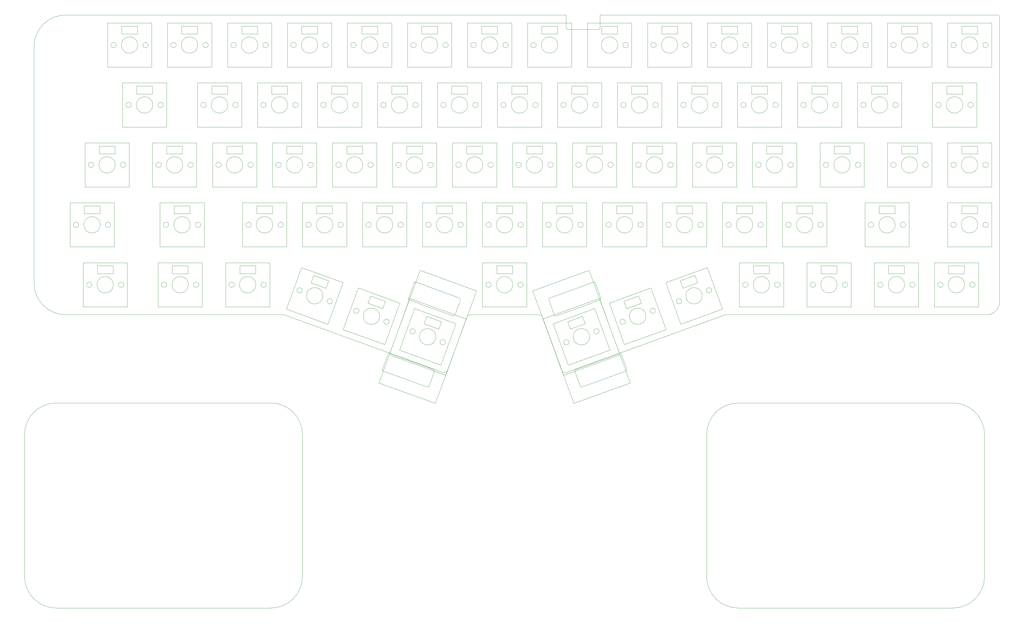
<source format=gbr>
%TF.GenerationSoftware,KiCad,Pcbnew,9.0.6*%
%TF.CreationDate,2026-01-05T21:37:08+01:00*%
%TF.ProjectId,pcb,7063622e-6b69-4636-9164-5f7063625858,rev?*%
%TF.SameCoordinates,Original*%
%TF.FileFunction,Profile,NP*%
%FSLAX46Y46*%
G04 Gerber Fmt 4.6, Leading zero omitted, Abs format (unit mm)*
G04 Created by KiCad (PCBNEW 9.0.6) date 2026-01-05 21:37:08*
%MOMM*%
%LPD*%
G01*
G04 APERTURE LIST*
%TA.AperFunction,Profile*%
%ADD10C,0.100000*%
%TD*%
%TA.AperFunction,Profile*%
%ADD11C,0.050000*%
%TD*%
%TA.AperFunction,Profile*%
%ADD12C,0.120000*%
%TD*%
%ADD13C,0.100000*%
%ADD14C,0.120000*%
G04 APERTURE END LIST*
D10*
X-11250000Y-500000D02*
X-11250000Y-75500000D01*
X-11250000Y-500000D02*
G75*
G02*
X-1250000Y9500000I9999999J1D01*
G01*
X157250000Y9500000D02*
X-1250000Y9500000D01*
X157250000Y5500000D02*
X157250000Y9500000D01*
X157750000Y5000000D02*
G75*
G02*
X157250000Y5500000I0J500000D01*
G01*
X167500000Y5000000D02*
X157750000Y5000000D01*
X168000000Y5500000D02*
G75*
G02*
X167500000Y5000000I-500000J0D01*
G01*
X168000000Y9500000D02*
X168000000Y5500000D01*
X294000000Y9500000D02*
X168000000Y9500000D01*
X294000000Y9500000D02*
G75*
G02*
X294500000Y9000000I0J-500000D01*
G01*
X294500000Y-81500000D02*
X294500000Y9000000D01*
X294500000Y-81500000D02*
G75*
G02*
X290500000Y-85500000I-4000000J0D01*
G01*
X207764373Y-85500000D02*
X290500000Y-85500000D01*
X207422347Y-85560263D02*
G75*
G02*
X207764373Y-85499993I341653J-938237D01*
G01*
X157183953Y-103845586D02*
X207422347Y-85560263D01*
X157183953Y-103845586D02*
G75*
G02*
X155902277Y-103247952I-342053J939586D01*
G01*
X149681997Y-86157979D02*
X155902256Y-103247960D01*
X148742304Y-85500000D02*
G75*
G02*
X149681993Y-86157981I-4J-1000000D01*
G01*
X137750000Y-85500000D02*
X148742304Y-85500000D01*
X-1250000Y-85500000D02*
G75*
G02*
X-11250000Y-75500000I-1J9999999D01*
G01*
X67735627Y-85500000D02*
X-1250000Y-85500000D01*
X67735627Y-85500000D02*
G75*
G02*
X68077651Y-85560269I373J-998500D01*
G01*
X118316047Y-103845586D02*
X68077653Y-85560263D01*
X119597744Y-103247960D02*
G75*
G02*
X118316039Y-103845607I-939644J341960D01*
G01*
X125818003Y-86157979D02*
X119597744Y-103247960D01*
X125818003Y-86157979D02*
G75*
G02*
X126757696Y-85499996I939697J-342021D01*
G01*
X137750000Y-85500000D02*
X126757696Y-85500000D01*
D11*
%TO.C,S69*%
X214875000Y-76000000D02*
G75*
G02*
X213175000Y-76000000I-850000J0D01*
G01*
X213175000Y-76000000D02*
G75*
G02*
X214875000Y-76000000I850000J0D01*
G01*
X221700000Y-76000000D02*
G75*
G02*
X216500000Y-76000000I-2600000J0D01*
G01*
X216500000Y-76000000D02*
G75*
G02*
X221700000Y-76000000I2600000J0D01*
G01*
X225025000Y-76000000D02*
G75*
G02*
X223325000Y-76000000I-850000J0D01*
G01*
X223325000Y-76000000D02*
G75*
G02*
X225025000Y-76000000I850000J0D01*
G01*
%TO.C,S14*%
X261775000Y0D02*
G75*
G02*
X260075000Y0I-850000J0D01*
G01*
X260075000Y0D02*
G75*
G02*
X261775000Y0I850000J0D01*
G01*
X268600000Y0D02*
G75*
G02*
X263400000Y0I-2600000J0D01*
G01*
X263400000Y0D02*
G75*
G02*
X268600000Y0I2600000J0D01*
G01*
X271925000Y0D02*
G75*
G02*
X270225000Y0I-850000J0D01*
G01*
X270225000Y0D02*
G75*
G02*
X271925000Y0I850000J0D01*
G01*
%TO.C,S23*%
X157275000Y-19000000D02*
G75*
G02*
X155575000Y-19000000I-850000J0D01*
G01*
X155575000Y-19000000D02*
G75*
G02*
X157275000Y-19000000I850000J0D01*
G01*
X164100000Y-19000000D02*
G75*
G02*
X158900000Y-19000000I-2600000J0D01*
G01*
X158900000Y-19000000D02*
G75*
G02*
X164100000Y-19000000I2600000J0D01*
G01*
X167425000Y-19000000D02*
G75*
G02*
X165725000Y-19000000I-850000J0D01*
G01*
X165725000Y-19000000D02*
G75*
G02*
X167425000Y-19000000I850000J0D01*
G01*
%TO.C,S43*%
X261775000Y-38000000D02*
G75*
G02*
X260075000Y-38000000I-850000J0D01*
G01*
X260075000Y-38000000D02*
G75*
G02*
X261775000Y-38000000I850000J0D01*
G01*
X268600000Y-38000000D02*
G75*
G02*
X263400000Y-38000000I-2600000J0D01*
G01*
X263400000Y-38000000D02*
G75*
G02*
X268600000Y-38000000I2600000J0D01*
G01*
X271925000Y-38000000D02*
G75*
G02*
X270225000Y-38000000I-850000J0D01*
G01*
X270225000Y-38000000D02*
G75*
G02*
X271925000Y-38000000I850000J0D01*
G01*
%TO.C,S10*%
X185775000Y0D02*
G75*
G02*
X184075000Y0I-850000J0D01*
G01*
X184075000Y0D02*
G75*
G02*
X185775000Y0I850000J0D01*
G01*
X192600000Y0D02*
G75*
G02*
X187400000Y0I-2600000J0D01*
G01*
X187400000Y0D02*
G75*
G02*
X192600000Y0I2600000J0D01*
G01*
X195925000Y0D02*
G75*
G02*
X194225000Y0I-850000J0D01*
G01*
X194225000Y0D02*
G75*
G02*
X195925000Y0I850000J0D01*
G01*
%TO.C,S53*%
X171525000Y-57000000D02*
G75*
G02*
X169825000Y-57000000I-850000J0D01*
G01*
X169825000Y-57000000D02*
G75*
G02*
X171525000Y-57000000I850000J0D01*
G01*
X178350000Y-57000000D02*
G75*
G02*
X173150000Y-57000000I-2600000J0D01*
G01*
X173150000Y-57000000D02*
G75*
G02*
X178350000Y-57000000I2600000J0D01*
G01*
X181675000Y-57000000D02*
G75*
G02*
X179975000Y-57000000I-850000J0D01*
G01*
X179975000Y-57000000D02*
G75*
G02*
X181675000Y-57000000I850000J0D01*
G01*
%TO.C,S71*%
X257625000Y-76000000D02*
G75*
G02*
X255925000Y-76000000I-850000J0D01*
G01*
X255925000Y-76000000D02*
G75*
G02*
X257625000Y-76000000I850000J0D01*
G01*
X264450000Y-76000000D02*
G75*
G02*
X259250000Y-76000000I-2600000J0D01*
G01*
X259250000Y-76000000D02*
G75*
G02*
X264450000Y-76000000I2600000J0D01*
G01*
X267775000Y-76000000D02*
G75*
G02*
X266075000Y-76000000I-850000J0D01*
G01*
X266075000Y-76000000D02*
G75*
G02*
X267775000Y-76000000I850000J0D01*
G01*
%TO.C,S34*%
X86025000Y-38000000D02*
G75*
G02*
X84325000Y-38000000I-850000J0D01*
G01*
X84325000Y-38000000D02*
G75*
G02*
X86025000Y-38000000I850000J0D01*
G01*
X92850000Y-38000000D02*
G75*
G02*
X87650000Y-38000000I-2600000J0D01*
G01*
X87650000Y-38000000D02*
G75*
G02*
X92850000Y-38000000I2600000J0D01*
G01*
X96175000Y-38000000D02*
G75*
G02*
X94475000Y-38000000I-850000J0D01*
G01*
X94475000Y-38000000D02*
G75*
G02*
X96175000Y-38000000I850000J0D01*
G01*
%TO.C,S38*%
X162025000Y-38000000D02*
G75*
G02*
X160325000Y-38000000I-850000J0D01*
G01*
X160325000Y-38000000D02*
G75*
G02*
X162025000Y-38000000I850000J0D01*
G01*
X168850000Y-38000000D02*
G75*
G02*
X163650000Y-38000000I-2600000J0D01*
G01*
X163650000Y-38000000D02*
G75*
G02*
X168850000Y-38000000I2600000J0D01*
G01*
X172175000Y-38000000D02*
G75*
G02*
X170475000Y-38000000I-850000J0D01*
G01*
X170475000Y-38000000D02*
G75*
G02*
X172175000Y-38000000I850000J0D01*
G01*
%TO.C,S17*%
X43275000Y-19000000D02*
G75*
G02*
X41575000Y-19000000I-850000J0D01*
G01*
X41575000Y-19000000D02*
G75*
G02*
X43275000Y-19000000I850000J0D01*
G01*
X50100000Y-19000000D02*
G75*
G02*
X44900000Y-19000000I-2600000J0D01*
G01*
X44900000Y-19000000D02*
G75*
G02*
X50100000Y-19000000I2600000J0D01*
G01*
X53425000Y-19000000D02*
G75*
G02*
X51725000Y-19000000I-850000J0D01*
G01*
X51725000Y-19000000D02*
G75*
G02*
X53425000Y-19000000I850000J0D01*
G01*
%TO.C,S8*%
X147775000Y0D02*
G75*
G02*
X146075000Y0I-850000J0D01*
G01*
X146075000Y0D02*
G75*
G02*
X147775000Y0I850000J0D01*
G01*
X154600000Y0D02*
G75*
G02*
X149400000Y0I-2600000J0D01*
G01*
X149400000Y0D02*
G75*
G02*
X154600000Y0I2600000J0D01*
G01*
%TO.C,S28*%
X252275000Y-19000000D02*
G75*
G02*
X250575000Y-19000000I-850000J0D01*
G01*
X250575000Y-19000000D02*
G75*
G02*
X252275000Y-19000000I850000J0D01*
G01*
X259100000Y-19000000D02*
G75*
G02*
X253900000Y-19000000I-2600000J0D01*
G01*
X253900000Y-19000000D02*
G75*
G02*
X259100000Y-19000000I2600000J0D01*
G01*
X262425000Y-19000000D02*
G75*
G02*
X260725000Y-19000000I-850000J0D01*
G01*
X260725000Y-19000000D02*
G75*
G02*
X262425000Y-19000000I850000J0D01*
G01*
%TO.C,S32*%
X48025000Y-38000000D02*
G75*
G02*
X46325000Y-38000000I-850000J0D01*
G01*
X46325000Y-38000000D02*
G75*
G02*
X48025000Y-38000000I850000J0D01*
G01*
X54850000Y-38000000D02*
G75*
G02*
X49650000Y-38000000I-2600000J0D01*
G01*
X49650000Y-38000000D02*
G75*
G02*
X54850000Y-38000000I2600000J0D01*
G01*
X58175000Y-38000000D02*
G75*
G02*
X56475000Y-38000000I-850000J0D01*
G01*
X56475000Y-38000000D02*
G75*
G02*
X58175000Y-38000000I850000J0D01*
G01*
%TO.C,S19*%
X81275000Y-19000000D02*
G75*
G02*
X79575000Y-19000000I-850000J0D01*
G01*
X79575000Y-19000000D02*
G75*
G02*
X81275000Y-19000000I850000J0D01*
G01*
X88100000Y-19000000D02*
G75*
G02*
X82900000Y-19000000I-2600000J0D01*
G01*
X82900000Y-19000000D02*
G75*
G02*
X88100000Y-19000000I2600000J0D01*
G01*
X91425000Y-19000000D02*
G75*
G02*
X89725000Y-19000000I-850000J0D01*
G01*
X89725000Y-19000000D02*
G75*
G02*
X91425000Y-19000000I850000J0D01*
G01*
%TO.C,S36*%
X124025000Y-38000000D02*
G75*
G02*
X122325000Y-38000000I-850000J0D01*
G01*
X122325000Y-38000000D02*
G75*
G02*
X124025000Y-38000000I850000J0D01*
G01*
X130850000Y-38000000D02*
G75*
G02*
X125650000Y-38000000I-2600000J0D01*
G01*
X125650000Y-38000000D02*
G75*
G02*
X130850000Y-38000000I2600000J0D01*
G01*
X134175000Y-38000000D02*
G75*
G02*
X132475000Y-38000000I-850000J0D01*
G01*
X132475000Y-38000000D02*
G75*
G02*
X134175000Y-38000000I850000J0D01*
G01*
%TO.C,S4*%
X71775000Y0D02*
G75*
G02*
X70075000Y0I-850000J0D01*
G01*
X70075000Y0D02*
G75*
G02*
X71775000Y0I850000J0D01*
G01*
X78600000Y0D02*
G75*
G02*
X73400000Y0I-2600000J0D01*
G01*
X73400000Y0D02*
G75*
G02*
X78600000Y0I2600000J0D01*
G01*
X81925000Y0D02*
G75*
G02*
X80225000Y0I-850000J0D01*
G01*
X80225000Y0D02*
G75*
G02*
X81925000Y0I850000J0D01*
G01*
%TO.C,S16*%
X19525000Y-19000000D02*
G75*
G02*
X17825000Y-19000000I-850000J0D01*
G01*
X17825000Y-19000000D02*
G75*
G02*
X19525000Y-19000000I850000J0D01*
G01*
X26350000Y-19000000D02*
G75*
G02*
X21150000Y-19000000I-2600000J0D01*
G01*
X21150000Y-19000000D02*
G75*
G02*
X26350000Y-19000000I2600000J0D01*
G01*
X29675000Y-19000000D02*
G75*
G02*
X27975000Y-19000000I-850000J0D01*
G01*
X27975000Y-19000000D02*
G75*
G02*
X29675000Y-19000000I850000J0D01*
G01*
%TO.C,S72*%
X276625000Y-76000000D02*
G75*
G02*
X274925000Y-76000000I-850000J0D01*
G01*
X274925000Y-76000000D02*
G75*
G02*
X276625000Y-76000000I850000J0D01*
G01*
X283450000Y-76000000D02*
G75*
G02*
X278250000Y-76000000I-2600000J0D01*
G01*
X278250000Y-76000000D02*
G75*
G02*
X283450000Y-76000000I2600000J0D01*
G01*
X286775000Y-76000000D02*
G75*
G02*
X285075000Y-76000000I-850000J0D01*
G01*
X285075000Y-76000000D02*
G75*
G02*
X286775000Y-76000000I850000J0D01*
G01*
%TO.C,S2*%
X33775000Y0D02*
G75*
G02*
X32075000Y0I-850000J0D01*
G01*
X32075000Y0D02*
G75*
G02*
X33775000Y0I850000J0D01*
G01*
X40600000Y0D02*
G75*
G02*
X35400000Y0I-2600000J0D01*
G01*
X35400000Y0D02*
G75*
G02*
X40600000Y0I2600000J0D01*
G01*
X43925000Y0D02*
G75*
G02*
X42225000Y0I-850000J0D01*
G01*
X42225000Y0D02*
G75*
G02*
X43925000Y0I850000J0D01*
G01*
%TO.C,S21*%
X119275000Y-19000000D02*
G75*
G02*
X117575000Y-19000000I-850000J0D01*
G01*
X117575000Y-19000000D02*
G75*
G02*
X119275000Y-19000000I850000J0D01*
G01*
X126100000Y-19000000D02*
G75*
G02*
X120900000Y-19000000I-2600000J0D01*
G01*
X120900000Y-19000000D02*
G75*
G02*
X126100000Y-19000000I2600000J0D01*
G01*
X129425000Y-19000000D02*
G75*
G02*
X127725000Y-19000000I-850000J0D01*
G01*
X127725000Y-19000000D02*
G75*
G02*
X129425000Y-19000000I850000J0D01*
G01*
%TO.C,S13*%
X242775000Y0D02*
G75*
G02*
X241075000Y0I-850000J0D01*
G01*
X241075000Y0D02*
G75*
G02*
X242775000Y0I850000J0D01*
G01*
X249600000Y0D02*
G75*
G02*
X244400000Y0I-2600000J0D01*
G01*
X244400000Y0D02*
G75*
G02*
X249600000Y0I2600000J0D01*
G01*
X252925000Y0D02*
G75*
G02*
X251225000Y0I-850000J0D01*
G01*
X251225000Y0D02*
G75*
G02*
X252925000Y0I850000J0D01*
G01*
%TO.C,S52*%
X152525000Y-57000000D02*
G75*
G02*
X150825000Y-57000000I-850000J0D01*
G01*
X150825000Y-57000000D02*
G75*
G02*
X152525000Y-57000000I850000J0D01*
G01*
X159350000Y-57000000D02*
G75*
G02*
X154150000Y-57000000I-2600000J0D01*
G01*
X154150000Y-57000000D02*
G75*
G02*
X159350000Y-57000000I2600000J0D01*
G01*
X162675000Y-57000000D02*
G75*
G02*
X160975000Y-57000000I-850000J0D01*
G01*
X160975000Y-57000000D02*
G75*
G02*
X162675000Y-57000000I850000J0D01*
G01*
%TO.C,S22*%
X138275000Y-19000000D02*
G75*
G02*
X136575000Y-19000000I-850000J0D01*
G01*
X136575000Y-19000000D02*
G75*
G02*
X138275000Y-19000000I850000J0D01*
G01*
X145100000Y-19000000D02*
G75*
G02*
X139900000Y-19000000I-2600000J0D01*
G01*
X139900000Y-19000000D02*
G75*
G02*
X145100000Y-19000000I2600000J0D01*
G01*
X148425000Y-19000000D02*
G75*
G02*
X146725000Y-19000000I-850000J0D01*
G01*
X146725000Y-19000000D02*
G75*
G02*
X148425000Y-19000000I850000J0D01*
G01*
%TO.C,S20*%
X100275000Y-19000000D02*
G75*
G02*
X98575000Y-19000000I-850000J0D01*
G01*
X98575000Y-19000000D02*
G75*
G02*
X100275000Y-19000000I850000J0D01*
G01*
X107100000Y-19000000D02*
G75*
G02*
X101900000Y-19000000I-2600000J0D01*
G01*
X101900000Y-19000000D02*
G75*
G02*
X107100000Y-19000000I2600000J0D01*
G01*
X110425000Y-19000000D02*
G75*
G02*
X108725000Y-19000000I-850000J0D01*
G01*
X108725000Y-19000000D02*
G75*
G02*
X110425000Y-19000000I850000J0D01*
G01*
%TO.C,S26*%
X214275000Y-19000000D02*
G75*
G02*
X212575000Y-19000000I-850000J0D01*
G01*
X212575000Y-19000000D02*
G75*
G02*
X214275000Y-19000000I850000J0D01*
G01*
X221100000Y-19000000D02*
G75*
G02*
X215900000Y-19000000I-2600000J0D01*
G01*
X215900000Y-19000000D02*
G75*
G02*
X221100000Y-19000000I2600000J0D01*
G01*
X224425000Y-19000000D02*
G75*
G02*
X222725000Y-19000000I-850000J0D01*
G01*
X222725000Y-19000000D02*
G75*
G02*
X224425000Y-19000000I850000J0D01*
G01*
%TO.C,S40*%
X200025000Y-38000000D02*
G75*
G02*
X198325000Y-38000000I-850000J0D01*
G01*
X198325000Y-38000000D02*
G75*
G02*
X200025000Y-38000000I850000J0D01*
G01*
X206850000Y-38000000D02*
G75*
G02*
X201650000Y-38000000I-2600000J0D01*
G01*
X201650000Y-38000000D02*
G75*
G02*
X206850000Y-38000000I2600000J0D01*
G01*
X210175000Y-38000000D02*
G75*
G02*
X208475000Y-38000000I-850000J0D01*
G01*
X208475000Y-38000000D02*
G75*
G02*
X210175000Y-38000000I850000J0D01*
G01*
%TO.C,S63*%
X91681060Y-84264248D02*
G75*
G02*
X89981060Y-84264248I-850000J0D01*
G01*
X89981060Y-84264248D02*
G75*
G02*
X91681060Y-84264248I850000J0D01*
G01*
X98200000Y-86000000D02*
G75*
G02*
X93000000Y-86000000I-2600000J0D01*
G01*
X93000000Y-86000000D02*
G75*
G02*
X98200000Y-86000000I2600000J0D01*
G01*
X101218940Y-87735752D02*
G75*
G02*
X99518940Y-87735752I-850000J0D01*
G01*
X99518940Y-87735752D02*
G75*
G02*
X101218940Y-87735752I850000J0D01*
G01*
%TO.C,S25*%
X195275000Y-19000000D02*
G75*
G02*
X193575000Y-19000000I-850000J0D01*
G01*
X193575000Y-19000000D02*
G75*
G02*
X195275000Y-19000000I850000J0D01*
G01*
X202100000Y-19000000D02*
G75*
G02*
X196900000Y-19000000I-2600000J0D01*
G01*
X196900000Y-19000000D02*
G75*
G02*
X202100000Y-19000000I2600000J0D01*
G01*
X205425000Y-19000000D02*
G75*
G02*
X203725000Y-19000000I-850000J0D01*
G01*
X203725000Y-19000000D02*
G75*
G02*
X205425000Y-19000000I850000J0D01*
G01*
D12*
%TO.C,Stb1*%
X107551101Y-80793575D02*
X121486743Y-85865734D01*
X109090537Y-75394488D02*
X107312032Y-80280890D01*
X109603222Y-75155419D02*
X123538864Y-80227578D01*
X121999428Y-85626665D02*
X123777933Y-80740263D01*
X107551101Y-80793575D02*
G75*
G02*
X107312032Y-80280890I136808J375877D01*
G01*
X109090537Y-75394488D02*
G75*
G02*
X109603222Y-75155419I375877J-136808D01*
G01*
X121999428Y-85626665D02*
G75*
G02*
X121486743Y-85865734I-375877J136808D01*
G01*
X123538864Y-80227578D02*
G75*
G02*
X123777933Y-80740263I-136808J-375877D01*
G01*
D11*
%TO.C,S42*%
X240400000Y-38000000D02*
G75*
G02*
X238700000Y-38000000I-850000J0D01*
G01*
X238700000Y-38000000D02*
G75*
G02*
X240400000Y-38000000I850000J0D01*
G01*
X247225000Y-38000000D02*
G75*
G02*
X242025000Y-38000000I-2600000J0D01*
G01*
X242025000Y-38000000D02*
G75*
G02*
X247225000Y-38000000I2600000J0D01*
G01*
X250550000Y-38000000D02*
G75*
G02*
X248850000Y-38000000I-850000J0D01*
G01*
X248850000Y-38000000D02*
G75*
G02*
X250550000Y-38000000I850000J0D01*
G01*
%TO.C,S27*%
X233275000Y-19000000D02*
G75*
G02*
X231575000Y-19000000I-850000J0D01*
G01*
X231575000Y-19000000D02*
G75*
G02*
X233275000Y-19000000I850000J0D01*
G01*
X240100000Y-19000000D02*
G75*
G02*
X234900000Y-19000000I-2600000J0D01*
G01*
X234900000Y-19000000D02*
G75*
G02*
X240100000Y-19000000I2600000J0D01*
G01*
X243425000Y-19000000D02*
G75*
G02*
X241725000Y-19000000I-850000J0D01*
G01*
X241725000Y-19000000D02*
G75*
G02*
X243425000Y-19000000I850000J0D01*
G01*
%TO.C,S44*%
X280775000Y-38000000D02*
G75*
G02*
X279075000Y-38000000I-850000J0D01*
G01*
X279075000Y-38000000D02*
G75*
G02*
X280775000Y-38000000I850000J0D01*
G01*
X287600000Y-38000000D02*
G75*
G02*
X282400000Y-38000000I-2600000J0D01*
G01*
X282400000Y-38000000D02*
G75*
G02*
X287600000Y-38000000I2600000J0D01*
G01*
X290925000Y-38000000D02*
G75*
G02*
X289225000Y-38000000I-850000J0D01*
G01*
X289225000Y-38000000D02*
G75*
G02*
X290925000Y-38000000I850000J0D01*
G01*
%TO.C,S29*%
X276025000Y-19000000D02*
G75*
G02*
X274325000Y-19000000I-850000J0D01*
G01*
X274325000Y-19000000D02*
G75*
G02*
X276025000Y-19000000I850000J0D01*
G01*
X282850000Y-19000000D02*
G75*
G02*
X277650000Y-19000000I-2600000J0D01*
G01*
X277650000Y-19000000D02*
G75*
G02*
X282850000Y-19000000I2600000J0D01*
G01*
X286175000Y-19000000D02*
G75*
G02*
X284475000Y-19000000I-850000J0D01*
G01*
X284475000Y-19000000D02*
G75*
G02*
X286175000Y-19000000I850000J0D01*
G01*
%TO.C,S37*%
X143025000Y-38000000D02*
G75*
G02*
X141325000Y-38000000I-850000J0D01*
G01*
X141325000Y-38000000D02*
G75*
G02*
X143025000Y-38000000I850000J0D01*
G01*
X149850000Y-38000000D02*
G75*
G02*
X144650000Y-38000000I-2600000J0D01*
G01*
X144650000Y-38000000D02*
G75*
G02*
X149850000Y-38000000I2600000J0D01*
G01*
X153175000Y-38000000D02*
G75*
G02*
X151475000Y-38000000I-850000J0D01*
G01*
X151475000Y-38000000D02*
G75*
G02*
X153175000Y-38000000I850000J0D01*
G01*
%TO.C,S61*%
X52175000Y-76000000D02*
G75*
G02*
X50475000Y-76000000I-850000J0D01*
G01*
X50475000Y-76000000D02*
G75*
G02*
X52175000Y-76000000I850000J0D01*
G01*
X59000000Y-76000000D02*
G75*
G02*
X53800000Y-76000000I-2600000J0D01*
G01*
X53800000Y-76000000D02*
G75*
G02*
X59000000Y-76000000I2600000J0D01*
G01*
X62325000Y-76000000D02*
G75*
G02*
X60625000Y-76000000I-850000J0D01*
G01*
X60625000Y-76000000D02*
G75*
G02*
X62325000Y-76000000I850000J0D01*
G01*
%TO.C,S68*%
X193831060Y-81235752D02*
G75*
G02*
X192131060Y-81235752I-850000J0D01*
G01*
X192131060Y-81235752D02*
G75*
G02*
X193831060Y-81235752I850000J0D01*
G01*
X200350000Y-79500000D02*
G75*
G02*
X195150000Y-79500000I-2600000J0D01*
G01*
X195150000Y-79500000D02*
G75*
G02*
X200350000Y-79500000I2600000J0D01*
G01*
X203368940Y-77764248D02*
G75*
G02*
X201668940Y-77764248I-850000J0D01*
G01*
X201668940Y-77764248D02*
G75*
G02*
X203368940Y-77764248I850000J0D01*
G01*
%TO.C,S7*%
X128775000Y0D02*
G75*
G02*
X127075000Y0I-850000J0D01*
G01*
X127075000Y0D02*
G75*
G02*
X128775000Y0I850000J0D01*
G01*
X135600000Y0D02*
G75*
G02*
X130400000Y0I-2600000J0D01*
G01*
X130400000Y0D02*
G75*
G02*
X135600000Y0I2600000J0D01*
G01*
X138925000Y0D02*
G75*
G02*
X137225000Y0I-850000J0D01*
G01*
X137225000Y0D02*
G75*
G02*
X138925000Y0I850000J0D01*
G01*
%TO.C,S58*%
X280775000Y-57000000D02*
G75*
G02*
X279075000Y-57000000I-850000J0D01*
G01*
X279075000Y-57000000D02*
G75*
G02*
X280775000Y-57000000I850000J0D01*
G01*
X287600000Y-57000000D02*
G75*
G02*
X282400000Y-57000000I-2600000J0D01*
G01*
X282400000Y-57000000D02*
G75*
G02*
X287600000Y-57000000I2600000J0D01*
G01*
X290925000Y-57000000D02*
G75*
G02*
X289225000Y-57000000I-850000J0D01*
G01*
X289225000Y-57000000D02*
G75*
G02*
X290925000Y-57000000I850000J0D01*
G01*
%TO.C,S67*%
X175981060Y-87735752D02*
G75*
G02*
X174281060Y-87735752I-850000J0D01*
G01*
X174281060Y-87735752D02*
G75*
G02*
X175981060Y-87735752I850000J0D01*
G01*
X182500000Y-86000000D02*
G75*
G02*
X177300000Y-86000000I-2600000J0D01*
G01*
X177300000Y-86000000D02*
G75*
G02*
X182500000Y-86000000I2600000J0D01*
G01*
X185518940Y-84264248D02*
G75*
G02*
X183818940Y-84264248I-850000J0D01*
G01*
X183818940Y-84264248D02*
G75*
G02*
X185518940Y-84264248I850000J0D01*
G01*
%TO.C,S45*%
X2900000Y-57000000D02*
G75*
G02*
X1200000Y-57000000I-850000J0D01*
G01*
X1200000Y-57000000D02*
G75*
G02*
X2900000Y-57000000I850000J0D01*
G01*
X9725000Y-57000000D02*
G75*
G02*
X4525000Y-57000000I-2600000J0D01*
G01*
X4525000Y-57000000D02*
G75*
G02*
X9725000Y-57000000I2600000J0D01*
G01*
X13050000Y-57000000D02*
G75*
G02*
X11350000Y-57000000I-850000J0D01*
G01*
X11350000Y-57000000D02*
G75*
G02*
X13050000Y-57000000I850000J0D01*
G01*
D12*
%TO.C,Stb2*%
X151722067Y-80740263D02*
X153500572Y-85626665D01*
X165896778Y-75155419D02*
X151961136Y-80227578D01*
X166409463Y-75394489D02*
X168187968Y-80280890D01*
X167948899Y-80793575D02*
X154013257Y-85865734D01*
X151722067Y-80740263D02*
G75*
G02*
X151961136Y-80227579I375876J136808D01*
G01*
X154013257Y-85865734D02*
G75*
G02*
X153500572Y-85626665I-136807J375879D01*
G01*
X165896778Y-75155419D02*
G75*
G02*
X166409463Y-75394487I136808J-375878D01*
G01*
X168187968Y-80280890D02*
G75*
G02*
X167948900Y-80793574I-375874J-136809D01*
G01*
D11*
%TO.C,S49*%
X95525000Y-57000000D02*
G75*
G02*
X93825000Y-57000000I-850000J0D01*
G01*
X93825000Y-57000000D02*
G75*
G02*
X95525000Y-57000000I850000J0D01*
G01*
X102350000Y-57000000D02*
G75*
G02*
X97150000Y-57000000I-2600000J0D01*
G01*
X97150000Y-57000000D02*
G75*
G02*
X102350000Y-57000000I2600000J0D01*
G01*
X105675000Y-57000000D02*
G75*
G02*
X103975000Y-57000000I-850000J0D01*
G01*
X103975000Y-57000000D02*
G75*
G02*
X105675000Y-57000000I850000J0D01*
G01*
%TO.C,S9*%
X173600000Y0D02*
G75*
G02*
X168400000Y0I-2600000J0D01*
G01*
X168400000Y0D02*
G75*
G02*
X173600000Y0I2600000J0D01*
G01*
X176925000Y0D02*
G75*
G02*
X175225000Y0I-850000J0D01*
G01*
X175225000Y0D02*
G75*
G02*
X176925000Y0I850000J0D01*
G01*
%TO.C,S62*%
X73706060Y-77764248D02*
G75*
G02*
X72006060Y-77764248I-850000J0D01*
G01*
X72006060Y-77764248D02*
G75*
G02*
X73706060Y-77764248I850000J0D01*
G01*
X80225000Y-79500000D02*
G75*
G02*
X75025000Y-79500000I-2600000J0D01*
G01*
X75025000Y-79500000D02*
G75*
G02*
X80225000Y-79500000I2600000J0D01*
G01*
X83243940Y-81235752D02*
G75*
G02*
X81543940Y-81235752I-850000J0D01*
G01*
X81543940Y-81235752D02*
G75*
G02*
X83243940Y-81235752I850000J0D01*
G01*
%TO.C,S11*%
X204775000Y0D02*
G75*
G02*
X203075000Y0I-850000J0D01*
G01*
X203075000Y0D02*
G75*
G02*
X204775000Y0I850000J0D01*
G01*
X211600000Y0D02*
G75*
G02*
X206400000Y0I-2600000J0D01*
G01*
X206400000Y0D02*
G75*
G02*
X211600000Y0I2600000J0D01*
G01*
X214925000Y0D02*
G75*
G02*
X213225000Y0I-850000J0D01*
G01*
X213225000Y0D02*
G75*
G02*
X214925000Y0I850000J0D01*
G01*
%TO.C,S46*%
X31400000Y-57000000D02*
G75*
G02*
X29700000Y-57000000I-850000J0D01*
G01*
X29700000Y-57000000D02*
G75*
G02*
X31400000Y-57000000I850000J0D01*
G01*
X38225000Y-57000000D02*
G75*
G02*
X33025000Y-57000000I-2600000J0D01*
G01*
X33025000Y-57000000D02*
G75*
G02*
X38225000Y-57000000I2600000J0D01*
G01*
X41550000Y-57000000D02*
G75*
G02*
X39850000Y-57000000I-850000J0D01*
G01*
X39850000Y-57000000D02*
G75*
G02*
X41550000Y-57000000I850000J0D01*
G01*
%TO.C,S64*%
X109481060Y-90764248D02*
G75*
G02*
X107781060Y-90764248I-850000J0D01*
G01*
X107781060Y-90764248D02*
G75*
G02*
X109481060Y-90764248I850000J0D01*
G01*
X116000000Y-92500000D02*
G75*
G02*
X110800000Y-92500000I-2600000J0D01*
G01*
X110800000Y-92500000D02*
G75*
G02*
X116000000Y-92500000I2600000J0D01*
G01*
X119018940Y-94235752D02*
G75*
G02*
X117318940Y-94235752I-850000J0D01*
G01*
X117318940Y-94235752D02*
G75*
G02*
X119018940Y-94235752I850000J0D01*
G01*
%TO.C,S47*%
X57525000Y-57000000D02*
G75*
G02*
X55825000Y-57000000I-850000J0D01*
G01*
X55825000Y-57000000D02*
G75*
G02*
X57525000Y-57000000I850000J0D01*
G01*
X64350000Y-57000000D02*
G75*
G02*
X59150000Y-57000000I-2600000J0D01*
G01*
X59150000Y-57000000D02*
G75*
G02*
X64350000Y-57000000I2600000J0D01*
G01*
X67675000Y-57000000D02*
G75*
G02*
X65975000Y-57000000I-850000J0D01*
G01*
X65975000Y-57000000D02*
G75*
G02*
X67675000Y-57000000I850000J0D01*
G01*
%TO.C,S41*%
X219025000Y-38000000D02*
G75*
G02*
X217325000Y-38000000I-850000J0D01*
G01*
X217325000Y-38000000D02*
G75*
G02*
X219025000Y-38000000I850000J0D01*
G01*
X225850000Y-38000000D02*
G75*
G02*
X220650000Y-38000000I-2600000J0D01*
G01*
X220650000Y-38000000D02*
G75*
G02*
X225850000Y-38000000I2600000J0D01*
G01*
X229175000Y-38000000D02*
G75*
G02*
X227475000Y-38000000I-850000J0D01*
G01*
X227475000Y-38000000D02*
G75*
G02*
X229175000Y-38000000I850000J0D01*
G01*
%TO.C,S18*%
X62275000Y-19000000D02*
G75*
G02*
X60575000Y-19000000I-850000J0D01*
G01*
X60575000Y-19000000D02*
G75*
G02*
X62275000Y-19000000I850000J0D01*
G01*
X69100000Y-19000000D02*
G75*
G02*
X63900000Y-19000000I-2600000J0D01*
G01*
X63900000Y-19000000D02*
G75*
G02*
X69100000Y-19000000I2600000J0D01*
G01*
X72425000Y-19000000D02*
G75*
G02*
X70725000Y-19000000I-850000J0D01*
G01*
X70725000Y-19000000D02*
G75*
G02*
X72425000Y-19000000I850000J0D01*
G01*
%TO.C,S57*%
X254650000Y-57000000D02*
G75*
G02*
X252950000Y-57000000I-850000J0D01*
G01*
X252950000Y-57000000D02*
G75*
G02*
X254650000Y-57000000I850000J0D01*
G01*
X261475000Y-57000000D02*
G75*
G02*
X256275000Y-57000000I-2600000J0D01*
G01*
X256275000Y-57000000D02*
G75*
G02*
X261475000Y-57000000I2600000J0D01*
G01*
X264800000Y-57000000D02*
G75*
G02*
X263100000Y-57000000I-850000J0D01*
G01*
X263100000Y-57000000D02*
G75*
G02*
X264800000Y-57000000I850000J0D01*
G01*
%TO.C,S59*%
X7050000Y-76000000D02*
G75*
G02*
X5350000Y-76000000I-850000J0D01*
G01*
X5350000Y-76000000D02*
G75*
G02*
X7050000Y-76000000I850000J0D01*
G01*
X13875000Y-76000000D02*
G75*
G02*
X8675000Y-76000000I-2600000J0D01*
G01*
X8675000Y-76000000D02*
G75*
G02*
X13875000Y-76000000I2600000J0D01*
G01*
X17200000Y-76000000D02*
G75*
G02*
X15500000Y-76000000I-850000J0D01*
G01*
X15500000Y-76000000D02*
G75*
G02*
X17200000Y-76000000I850000J0D01*
G01*
%TO.C,S31*%
X29025000Y-38000000D02*
G75*
G02*
X27325000Y-38000000I-850000J0D01*
G01*
X27325000Y-38000000D02*
G75*
G02*
X29025000Y-38000000I850000J0D01*
G01*
X35850000Y-38000000D02*
G75*
G02*
X30650000Y-38000000I-2600000J0D01*
G01*
X30650000Y-38000000D02*
G75*
G02*
X35850000Y-38000000I2600000J0D01*
G01*
X39175000Y-38000000D02*
G75*
G02*
X37475000Y-38000000I-850000J0D01*
G01*
X37475000Y-38000000D02*
G75*
G02*
X39175000Y-38000000I850000J0D01*
G01*
%TO.C,S66*%
X158181060Y-94235752D02*
G75*
G02*
X156481060Y-94235752I-850000J0D01*
G01*
X156481060Y-94235752D02*
G75*
G02*
X158181060Y-94235752I850000J0D01*
G01*
X164700000Y-92500000D02*
G75*
G02*
X159500000Y-92500000I-2600000J0D01*
G01*
X159500000Y-92500000D02*
G75*
G02*
X164700000Y-92500000I2600000J0D01*
G01*
X167718940Y-90764248D02*
G75*
G02*
X166018940Y-90764248I-850000J0D01*
G01*
X166018940Y-90764248D02*
G75*
G02*
X167718940Y-90764248I850000J0D01*
G01*
%TO.C,S56*%
X228525000Y-57000000D02*
G75*
G02*
X226825000Y-57000000I-850000J0D01*
G01*
X226825000Y-57000000D02*
G75*
G02*
X228525000Y-57000000I850000J0D01*
G01*
X235350000Y-57000000D02*
G75*
G02*
X230150000Y-57000000I-2600000J0D01*
G01*
X230150000Y-57000000D02*
G75*
G02*
X235350000Y-57000000I2600000J0D01*
G01*
X238675000Y-57000000D02*
G75*
G02*
X236975000Y-57000000I-850000J0D01*
G01*
X236975000Y-57000000D02*
G75*
G02*
X238675000Y-57000000I850000J0D01*
G01*
%TO.C,S3*%
X52775000Y0D02*
G75*
G02*
X51075000Y0I-850000J0D01*
G01*
X51075000Y0D02*
G75*
G02*
X52775000Y0I850000J0D01*
G01*
X59600000Y0D02*
G75*
G02*
X54400000Y0I-2600000J0D01*
G01*
X54400000Y0D02*
G75*
G02*
X59600000Y0I2600000J0D01*
G01*
X62925000Y0D02*
G75*
G02*
X61225000Y0I-850000J0D01*
G01*
X61225000Y0D02*
G75*
G02*
X62925000Y0I850000J0D01*
G01*
%TO.C,S39*%
X181025000Y-38000000D02*
G75*
G02*
X179325000Y-38000000I-850000J0D01*
G01*
X179325000Y-38000000D02*
G75*
G02*
X181025000Y-38000000I850000J0D01*
G01*
X187850000Y-38000000D02*
G75*
G02*
X182650000Y-38000000I-2600000J0D01*
G01*
X182650000Y-38000000D02*
G75*
G02*
X187850000Y-38000000I2600000J0D01*
G01*
X191175000Y-38000000D02*
G75*
G02*
X189475000Y-38000000I-850000J0D01*
G01*
X189475000Y-38000000D02*
G75*
G02*
X191175000Y-38000000I850000J0D01*
G01*
%TO.C,S50*%
X114525000Y-57000000D02*
G75*
G02*
X112825000Y-57000000I-850000J0D01*
G01*
X112825000Y-57000000D02*
G75*
G02*
X114525000Y-57000000I850000J0D01*
G01*
X121350000Y-57000000D02*
G75*
G02*
X116150000Y-57000000I-2600000J0D01*
G01*
X116150000Y-57000000D02*
G75*
G02*
X121350000Y-57000000I2600000J0D01*
G01*
X124675000Y-57000000D02*
G75*
G02*
X122975000Y-57000000I-850000J0D01*
G01*
X122975000Y-57000000D02*
G75*
G02*
X124675000Y-57000000I850000J0D01*
G01*
%TO.C,S12*%
X223775000Y0D02*
G75*
G02*
X222075000Y0I-850000J0D01*
G01*
X222075000Y0D02*
G75*
G02*
X223775000Y0I850000J0D01*
G01*
X230600000Y0D02*
G75*
G02*
X225400000Y0I-2600000J0D01*
G01*
X225400000Y0D02*
G75*
G02*
X230600000Y0I2600000J0D01*
G01*
X233925000Y0D02*
G75*
G02*
X232225000Y0I-850000J0D01*
G01*
X232225000Y0D02*
G75*
G02*
X233925000Y0I850000J0D01*
G01*
%TO.C,S33*%
X67025000Y-38000000D02*
G75*
G02*
X65325000Y-38000000I-850000J0D01*
G01*
X65325000Y-38000000D02*
G75*
G02*
X67025000Y-38000000I850000J0D01*
G01*
X73850000Y-38000000D02*
G75*
G02*
X68650000Y-38000000I-2600000J0D01*
G01*
X68650000Y-38000000D02*
G75*
G02*
X73850000Y-38000000I2600000J0D01*
G01*
X77175000Y-38000000D02*
G75*
G02*
X75475000Y-38000000I-850000J0D01*
G01*
X75475000Y-38000000D02*
G75*
G02*
X77175000Y-38000000I850000J0D01*
G01*
%TO.C,S30*%
X7650000Y-38000000D02*
G75*
G02*
X5950000Y-38000000I-850000J0D01*
G01*
X5950000Y-38000000D02*
G75*
G02*
X7650000Y-38000000I850000J0D01*
G01*
X14475000Y-38000000D02*
G75*
G02*
X9275000Y-38000000I-2600000J0D01*
G01*
X9275000Y-38000000D02*
G75*
G02*
X14475000Y-38000000I2600000J0D01*
G01*
X17800000Y-38000000D02*
G75*
G02*
X16100000Y-38000000I-850000J0D01*
G01*
X16100000Y-38000000D02*
G75*
G02*
X17800000Y-38000000I850000J0D01*
G01*
%TO.C,S1*%
X14775000Y0D02*
G75*
G02*
X13075000Y0I-850000J0D01*
G01*
X13075000Y0D02*
G75*
G02*
X14775000Y0I850000J0D01*
G01*
X21600000Y0D02*
G75*
G02*
X16400000Y0I-2600000J0D01*
G01*
X16400000Y0D02*
G75*
G02*
X21600000Y0I2600000J0D01*
G01*
X24925000Y0D02*
G75*
G02*
X23225000Y0I-850000J0D01*
G01*
X23225000Y0D02*
G75*
G02*
X24925000Y0I850000J0D01*
G01*
%TO.C,S5*%
X90775000Y0D02*
G75*
G02*
X89075000Y0I-850000J0D01*
G01*
X89075000Y0D02*
G75*
G02*
X90775000Y0I850000J0D01*
G01*
X97600000Y0D02*
G75*
G02*
X92400000Y0I-2600000J0D01*
G01*
X92400000Y0D02*
G75*
G02*
X97600000Y0I2600000J0D01*
G01*
X100925000Y0D02*
G75*
G02*
X99225000Y0I-850000J0D01*
G01*
X99225000Y0D02*
G75*
G02*
X100925000Y0I850000J0D01*
G01*
%TO.C,S24*%
X176275000Y-19000000D02*
G75*
G02*
X174575000Y-19000000I-850000J0D01*
G01*
X174575000Y-19000000D02*
G75*
G02*
X176275000Y-19000000I850000J0D01*
G01*
X183100000Y-19000000D02*
G75*
G02*
X177900000Y-19000000I-2600000J0D01*
G01*
X177900000Y-19000000D02*
G75*
G02*
X183100000Y-19000000I2600000J0D01*
G01*
X186425000Y-19000000D02*
G75*
G02*
X184725000Y-19000000I-850000J0D01*
G01*
X184725000Y-19000000D02*
G75*
G02*
X186425000Y-19000000I850000J0D01*
G01*
%TO.C,S48*%
X76525000Y-57000000D02*
G75*
G02*
X74825000Y-57000000I-850000J0D01*
G01*
X74825000Y-57000000D02*
G75*
G02*
X76525000Y-57000000I850000J0D01*
G01*
X83350000Y-57000000D02*
G75*
G02*
X78150000Y-57000000I-2600000J0D01*
G01*
X78150000Y-57000000D02*
G75*
G02*
X83350000Y-57000000I2600000J0D01*
G01*
X86675000Y-57000000D02*
G75*
G02*
X84975000Y-57000000I-850000J0D01*
G01*
X84975000Y-57000000D02*
G75*
G02*
X86675000Y-57000000I850000J0D01*
G01*
%TO.C,S65*%
X133525000Y-76000000D02*
G75*
G02*
X131825000Y-76000000I-850000J0D01*
G01*
X131825000Y-76000000D02*
G75*
G02*
X133525000Y-76000000I850000J0D01*
G01*
X140350000Y-76000000D02*
G75*
G02*
X135150000Y-76000000I-2600000J0D01*
G01*
X135150000Y-76000000D02*
G75*
G02*
X140350000Y-76000000I2600000J0D01*
G01*
X143675000Y-76000000D02*
G75*
G02*
X141975000Y-76000000I-850000J0D01*
G01*
X141975000Y-76000000D02*
G75*
G02*
X143675000Y-76000000I850000J0D01*
G01*
%TO.C,S55*%
X209525000Y-57000000D02*
G75*
G02*
X207825000Y-57000000I-850000J0D01*
G01*
X207825000Y-57000000D02*
G75*
G02*
X209525000Y-57000000I850000J0D01*
G01*
X216350000Y-57000000D02*
G75*
G02*
X211150000Y-57000000I-2600000J0D01*
G01*
X211150000Y-57000000D02*
G75*
G02*
X216350000Y-57000000I2600000J0D01*
G01*
X219675000Y-57000000D02*
G75*
G02*
X217975000Y-57000000I-850000J0D01*
G01*
X217975000Y-57000000D02*
G75*
G02*
X219675000Y-57000000I850000J0D01*
G01*
%TO.C,S35*%
X105025000Y-38000000D02*
G75*
G02*
X103325000Y-38000000I-850000J0D01*
G01*
X103325000Y-38000000D02*
G75*
G02*
X105025000Y-38000000I850000J0D01*
G01*
X111850000Y-38000000D02*
G75*
G02*
X106650000Y-38000000I-2600000J0D01*
G01*
X106650000Y-38000000D02*
G75*
G02*
X111850000Y-38000000I2600000J0D01*
G01*
X115175000Y-38000000D02*
G75*
G02*
X113475000Y-38000000I-850000J0D01*
G01*
X113475000Y-38000000D02*
G75*
G02*
X115175000Y-38000000I850000J0D01*
G01*
%TO.C,S6*%
X109775000Y0D02*
G75*
G02*
X108075000Y0I-850000J0D01*
G01*
X108075000Y0D02*
G75*
G02*
X109775000Y0I850000J0D01*
G01*
X116600000Y0D02*
G75*
G02*
X111400000Y0I-2600000J0D01*
G01*
X111400000Y0D02*
G75*
G02*
X116600000Y0I2600000J0D01*
G01*
X119925000Y0D02*
G75*
G02*
X118225000Y0I-850000J0D01*
G01*
X118225000Y0D02*
G75*
G02*
X119925000Y0I850000J0D01*
G01*
%TO.C,S60*%
X30800000Y-76000000D02*
G75*
G02*
X29100000Y-76000000I-850000J0D01*
G01*
X29100000Y-76000000D02*
G75*
G02*
X30800000Y-76000000I850000J0D01*
G01*
X37625000Y-76000000D02*
G75*
G02*
X32425000Y-76000000I-2600000J0D01*
G01*
X32425000Y-76000000D02*
G75*
G02*
X37625000Y-76000000I2600000J0D01*
G01*
X40950000Y-76000000D02*
G75*
G02*
X39250000Y-76000000I-850000J0D01*
G01*
X39250000Y-76000000D02*
G75*
G02*
X40950000Y-76000000I850000J0D01*
G01*
%TO.C,S51*%
X133525000Y-57000000D02*
G75*
G02*
X131825000Y-57000000I-850000J0D01*
G01*
X131825000Y-57000000D02*
G75*
G02*
X133525000Y-57000000I850000J0D01*
G01*
X140350000Y-57000000D02*
G75*
G02*
X135150000Y-57000000I-2600000J0D01*
G01*
X135150000Y-57000000D02*
G75*
G02*
X140350000Y-57000000I2600000J0D01*
G01*
X143675000Y-57000000D02*
G75*
G02*
X141975000Y-57000000I-850000J0D01*
G01*
X141975000Y-57000000D02*
G75*
G02*
X143675000Y-57000000I850000J0D01*
G01*
%TO.C,S70*%
X236250000Y-76000000D02*
G75*
G02*
X234550000Y-76000000I-850000J0D01*
G01*
X234550000Y-76000000D02*
G75*
G02*
X236250000Y-76000000I850000J0D01*
G01*
X243075000Y-76000000D02*
G75*
G02*
X237875000Y-76000000I-2600000J0D01*
G01*
X237875000Y-76000000D02*
G75*
G02*
X243075000Y-76000000I2600000J0D01*
G01*
X246400000Y-76000000D02*
G75*
G02*
X244700000Y-76000000I-850000J0D01*
G01*
X244700000Y-76000000D02*
G75*
G02*
X246400000Y-76000000I850000J0D01*
G01*
%TO.C,S54*%
X190525000Y-57000000D02*
G75*
G02*
X188825000Y-57000000I-850000J0D01*
G01*
X188825000Y-57000000D02*
G75*
G02*
X190525000Y-57000000I850000J0D01*
G01*
X197350000Y-57000000D02*
G75*
G02*
X192150000Y-57000000I-2600000J0D01*
G01*
X192150000Y-57000000D02*
G75*
G02*
X197350000Y-57000000I2600000J0D01*
G01*
X200675000Y-57000000D02*
G75*
G02*
X198975000Y-57000000I-850000J0D01*
G01*
X198975000Y-57000000D02*
G75*
G02*
X200675000Y-57000000I850000J0D01*
G01*
%TO.C,S15*%
X280775000Y0D02*
G75*
G02*
X279075000Y0I-850000J0D01*
G01*
X279075000Y0D02*
G75*
G02*
X280775000Y0I850000J0D01*
G01*
X287600000Y0D02*
G75*
G02*
X282400000Y0I-2600000J0D01*
G01*
X282400000Y0D02*
G75*
G02*
X287600000Y0I2600000J0D01*
G01*
X290925000Y0D02*
G75*
G02*
X289225000Y0I-850000J0D01*
G01*
X289225000Y0D02*
G75*
G02*
X290925000Y0I850000J0D01*
G01*
%TD*%
D13*
%TO.C,S69*%
X212100000Y-69000000D02*
X226100000Y-69000000D01*
X212100000Y-83000000D02*
X212100000Y-69000000D01*
X226100000Y-69000000D02*
X226100000Y-83000000D01*
X226100000Y-83000000D02*
X212100000Y-83000000D01*
%TO.C,S14*%
X259000000Y7000000D02*
X273000000Y7000000D01*
X259000000Y-7000000D02*
X259000000Y7000000D01*
X273000000Y7000000D02*
X273000000Y-7000000D01*
X273000000Y-7000000D02*
X259000000Y-7000000D01*
%TO.C,S23*%
X154500000Y-12000000D02*
X168500000Y-12000000D01*
X154500000Y-26000000D02*
X154500000Y-12000000D01*
X168500000Y-12000000D02*
X168500000Y-26000000D01*
X168500000Y-26000000D02*
X154500000Y-26000000D01*
%TO.C,S43*%
X259000000Y-31000000D02*
X273000000Y-31000000D01*
X259000000Y-45000000D02*
X259000000Y-31000000D01*
X273000000Y-31000000D02*
X273000000Y-45000000D01*
X273000000Y-45000000D02*
X259000000Y-45000000D01*
%TO.C,S10*%
X183000000Y7000000D02*
X197000000Y7000000D01*
X183000000Y-7000000D02*
X183000000Y7000000D01*
X197000000Y7000000D02*
X197000000Y-7000000D01*
X197000000Y-7000000D02*
X183000000Y-7000000D01*
%TO.C,S53*%
X168750000Y-50000000D02*
X182750000Y-50000000D01*
X168750000Y-64000000D02*
X168750000Y-50000000D01*
X182750000Y-50000000D02*
X182750000Y-64000000D01*
X182750000Y-64000000D02*
X168750000Y-64000000D01*
%TO.C,S71*%
X254850000Y-69000000D02*
X268850000Y-69000000D01*
X254850000Y-83000000D02*
X254850000Y-69000000D01*
X268850000Y-69000000D02*
X268850000Y-83000000D01*
X268850000Y-83000000D02*
X254850000Y-83000000D01*
%TO.C,S34*%
X83250000Y-31000000D02*
X97250000Y-31000000D01*
X83250000Y-45000000D02*
X83250000Y-31000000D01*
X97250000Y-31000000D02*
X97250000Y-45000000D01*
X97250000Y-45000000D02*
X83250000Y-45000000D01*
%TO.C,S38*%
X159250000Y-31000000D02*
X173250000Y-31000000D01*
X159250000Y-45000000D02*
X159250000Y-31000000D01*
X173250000Y-31000000D02*
X173250000Y-45000000D01*
X173250000Y-45000000D02*
X159250000Y-45000000D01*
%TO.C,S17*%
X40500000Y-12000000D02*
X54500000Y-12000000D01*
X40500000Y-26000000D02*
X40500000Y-12000000D01*
X54500000Y-12000000D02*
X54500000Y-26000000D01*
X54500000Y-26000000D02*
X40500000Y-26000000D01*
%TO.C,S8*%
X145000000Y7000000D02*
X159000000Y7000000D01*
X145000000Y-7000000D02*
X145000000Y7000000D01*
X159000000Y7000000D02*
X159000000Y-7000000D01*
X159000000Y-7000000D02*
X145000000Y-7000000D01*
%TO.C,S28*%
X249500000Y-12000000D02*
X263500000Y-12000000D01*
X249500000Y-26000000D02*
X249500000Y-12000000D01*
X263500000Y-12000000D02*
X263500000Y-26000000D01*
X263500000Y-26000000D02*
X249500000Y-26000000D01*
%TO.C,S32*%
X45250000Y-31000000D02*
X59250000Y-31000000D01*
X45250000Y-45000000D02*
X45250000Y-31000000D01*
X59250000Y-31000000D02*
X59250000Y-45000000D01*
X59250000Y-45000000D02*
X45250000Y-45000000D01*
%TO.C,S19*%
X78500000Y-12000000D02*
X92500000Y-12000000D01*
X78500000Y-26000000D02*
X78500000Y-12000000D01*
X92500000Y-12000000D02*
X92500000Y-26000000D01*
X92500000Y-26000000D02*
X78500000Y-26000000D01*
%TO.C,S36*%
X121250000Y-31000000D02*
X135250000Y-31000000D01*
X121250000Y-45000000D02*
X121250000Y-31000000D01*
X135250000Y-31000000D02*
X135250000Y-45000000D01*
X135250000Y-45000000D02*
X121250000Y-45000000D01*
%TO.C,S4*%
X69000000Y7000000D02*
X83000000Y7000000D01*
X69000000Y-7000000D02*
X69000000Y7000000D01*
X83000000Y7000000D02*
X83000000Y-7000000D01*
X83000000Y-7000000D02*
X69000000Y-7000000D01*
%TO.C,S16*%
X16750000Y-12000000D02*
X30750000Y-12000000D01*
X16750000Y-26000000D02*
X16750000Y-12000000D01*
X30750000Y-12000000D02*
X30750000Y-26000000D01*
X30750000Y-26000000D02*
X16750000Y-26000000D01*
%TO.C,S72*%
X273850000Y-69000000D02*
X287850000Y-69000000D01*
X273850000Y-83000000D02*
X273850000Y-69000000D01*
X287850000Y-69000000D02*
X287850000Y-83000000D01*
X287850000Y-83000000D02*
X273850000Y-83000000D01*
%TO.C,S2*%
X31000000Y7000000D02*
X45000000Y7000000D01*
X31000000Y-7000000D02*
X31000000Y7000000D01*
X45000000Y7000000D02*
X45000000Y-7000000D01*
X45000000Y-7000000D02*
X31000000Y-7000000D01*
%TO.C,S21*%
X116500000Y-12000000D02*
X130500000Y-12000000D01*
X116500000Y-26000000D02*
X116500000Y-12000000D01*
X130500000Y-12000000D02*
X130500000Y-26000000D01*
X130500000Y-26000000D02*
X116500000Y-26000000D01*
%TO.C,S13*%
X240000000Y7000000D02*
X254000000Y7000000D01*
X240000000Y-7000000D02*
X240000000Y7000000D01*
X254000000Y7000000D02*
X254000000Y-7000000D01*
X254000000Y-7000000D02*
X240000000Y-7000000D01*
%TO.C,S52*%
X149750000Y-50000000D02*
X163750000Y-50000000D01*
X149750000Y-64000000D02*
X149750000Y-50000000D01*
X163750000Y-50000000D02*
X163750000Y-64000000D01*
X163750000Y-64000000D02*
X149750000Y-64000000D01*
%TO.C,S22*%
X135500000Y-12000000D02*
X149500000Y-12000000D01*
X135500000Y-26000000D02*
X135500000Y-12000000D01*
X149500000Y-12000000D02*
X149500000Y-26000000D01*
X149500000Y-26000000D02*
X135500000Y-26000000D01*
%TO.C,S20*%
X97500000Y-12000000D02*
X111500000Y-12000000D01*
X97500000Y-26000000D02*
X97500000Y-12000000D01*
X111500000Y-12000000D02*
X111500000Y-26000000D01*
X111500000Y-26000000D02*
X97500000Y-26000000D01*
%TO.C,S26*%
X211500000Y-12000000D02*
X225500000Y-12000000D01*
X211500000Y-26000000D02*
X211500000Y-12000000D01*
X225500000Y-12000000D02*
X225500000Y-26000000D01*
X225500000Y-26000000D02*
X211500000Y-26000000D01*
%TO.C,S40*%
X197250000Y-31000000D02*
X211250000Y-31000000D01*
X197250000Y-45000000D02*
X197250000Y-31000000D01*
X211250000Y-31000000D02*
X211250000Y-45000000D01*
X211250000Y-45000000D02*
X197250000Y-45000000D01*
%TO.C,S63*%
X86628011Y-90183707D02*
X91416293Y-77028011D01*
X91416293Y-77028011D02*
X104571989Y-81816293D01*
X99783707Y-94971989D02*
X86628011Y-90183707D01*
X104571989Y-81816293D02*
X99783707Y-94971989D01*
%TO.C,S25*%
X192500000Y-12000000D02*
X206500000Y-12000000D01*
X192500000Y-26000000D02*
X192500000Y-12000000D01*
X206500000Y-12000000D02*
X206500000Y-26000000D01*
X206500000Y-26000000D02*
X192500000Y-26000000D01*
%TO.C,S42*%
X237625000Y-31000000D02*
X251625000Y-31000000D01*
X237625000Y-45000000D02*
X237625000Y-31000000D01*
X251625000Y-31000000D02*
X251625000Y-45000000D01*
X251625000Y-45000000D02*
X237625000Y-45000000D01*
%TO.C,S27*%
X230500000Y-12000000D02*
X244500000Y-12000000D01*
X230500000Y-26000000D02*
X230500000Y-12000000D01*
X244500000Y-12000000D02*
X244500000Y-26000000D01*
X244500000Y-26000000D02*
X230500000Y-26000000D01*
%TO.C,S44*%
X278000000Y-31000000D02*
X292000000Y-31000000D01*
X278000000Y-45000000D02*
X278000000Y-31000000D01*
X292000000Y-31000000D02*
X292000000Y-45000000D01*
X292000000Y-45000000D02*
X278000000Y-45000000D01*
%TO.C,S29*%
X273250000Y-12000000D02*
X287250000Y-12000000D01*
X273250000Y-26000000D02*
X273250000Y-12000000D01*
X287250000Y-12000000D02*
X287250000Y-26000000D01*
X287250000Y-26000000D02*
X273250000Y-26000000D01*
%TO.C,S37*%
X140250000Y-31000000D02*
X154250000Y-31000000D01*
X140250000Y-45000000D02*
X140250000Y-31000000D01*
X154250000Y-31000000D02*
X154250000Y-45000000D01*
X154250000Y-45000000D02*
X140250000Y-45000000D01*
%TO.C,S61*%
X49400000Y-69000000D02*
X63400000Y-69000000D01*
X49400000Y-83000000D02*
X49400000Y-69000000D01*
X63400000Y-69000000D02*
X63400000Y-83000000D01*
X63400000Y-83000000D02*
X49400000Y-83000000D01*
%TO.C,S68*%
X188778011Y-75316293D02*
X201933707Y-70528011D01*
X193566293Y-88471989D02*
X188778011Y-75316293D01*
X201933707Y-70528011D02*
X206721989Y-83683707D01*
X206721989Y-83683707D02*
X193566293Y-88471989D01*
%TO.C,S7*%
X126000000Y7000000D02*
X140000000Y7000000D01*
X126000000Y-7000000D02*
X126000000Y7000000D01*
X140000000Y7000000D02*
X140000000Y-7000000D01*
X140000000Y-7000000D02*
X126000000Y-7000000D01*
%TO.C,S58*%
X278000000Y-50000000D02*
X292000000Y-50000000D01*
X278000000Y-64000000D02*
X278000000Y-50000000D01*
X292000000Y-50000000D02*
X292000000Y-64000000D01*
X292000000Y-64000000D02*
X278000000Y-64000000D01*
%TO.C,S67*%
X170928011Y-81816293D02*
X184083707Y-77028011D01*
X175716293Y-94971989D02*
X170928011Y-81816293D01*
X184083707Y-77028011D02*
X188871989Y-90183707D01*
X188871989Y-90183707D02*
X175716293Y-94971989D01*
%TO.C,S45*%
X125000Y-50000000D02*
X14125000Y-50000000D01*
X125000Y-64000000D02*
X125000Y-50000000D01*
X14125000Y-50000000D02*
X14125000Y-64000000D01*
X14125000Y-64000000D02*
X125000Y-64000000D01*
%TO.C,S49*%
X92750000Y-50000000D02*
X106750000Y-50000000D01*
X92750000Y-64000000D02*
X92750000Y-50000000D01*
X106750000Y-50000000D02*
X106750000Y-64000000D01*
X106750000Y-64000000D02*
X92750000Y-64000000D01*
%TO.C,S9*%
X164000000Y7000000D02*
X178000000Y7000000D01*
X164000000Y-7000000D02*
X164000000Y7000000D01*
X178000000Y7000000D02*
X178000000Y-7000000D01*
X178000000Y-7000000D02*
X164000000Y-7000000D01*
%TO.C,S62*%
X68653011Y-83683707D02*
X73441293Y-70528011D01*
X73441293Y-70528011D02*
X86596989Y-75316293D01*
X81808707Y-88471989D02*
X68653011Y-83683707D01*
X86596989Y-75316293D02*
X81808707Y-88471989D01*
%TO.C,S11*%
X202000000Y7000000D02*
X216000000Y7000000D01*
X202000000Y-7000000D02*
X202000000Y7000000D01*
X216000000Y7000000D02*
X216000000Y-7000000D01*
X216000000Y-7000000D02*
X202000000Y-7000000D01*
%TO.C,S46*%
X28625000Y-50000000D02*
X42625000Y-50000000D01*
X28625000Y-64000000D02*
X28625000Y-50000000D01*
X42625000Y-50000000D02*
X42625000Y-64000000D01*
X42625000Y-64000000D02*
X28625000Y-64000000D01*
%TO.C,S64*%
X104428011Y-96683707D02*
X109216293Y-83528011D01*
X109216293Y-83528011D02*
X122371989Y-88316293D01*
X117583707Y-101471989D02*
X104428011Y-96683707D01*
X122371989Y-88316293D02*
X117583707Y-101471989D01*
%TO.C,S47*%
X54750000Y-50000000D02*
X68750000Y-50000000D01*
X54750000Y-64000000D02*
X54750000Y-50000000D01*
X68750000Y-50000000D02*
X68750000Y-64000000D01*
X68750000Y-64000000D02*
X54750000Y-64000000D01*
%TO.C,S41*%
X216250000Y-31000000D02*
X230250000Y-31000000D01*
X216250000Y-45000000D02*
X216250000Y-31000000D01*
X230250000Y-31000000D02*
X230250000Y-45000000D01*
X230250000Y-45000000D02*
X216250000Y-45000000D01*
%TO.C,S18*%
X59500000Y-12000000D02*
X73500000Y-12000000D01*
X59500000Y-26000000D02*
X59500000Y-12000000D01*
X73500000Y-12000000D02*
X73500000Y-26000000D01*
X73500000Y-26000000D02*
X59500000Y-26000000D01*
%TO.C,S57*%
X251875000Y-50000000D02*
X265875000Y-50000000D01*
X251875000Y-64000000D02*
X251875000Y-50000000D01*
X265875000Y-50000000D02*
X265875000Y-64000000D01*
X265875000Y-64000000D02*
X251875000Y-64000000D01*
%TO.C,S59*%
X4275000Y-69000000D02*
X18275000Y-69000000D01*
X4275000Y-83000000D02*
X4275000Y-69000000D01*
X18275000Y-69000000D02*
X18275000Y-83000000D01*
X18275000Y-83000000D02*
X4275000Y-83000000D01*
%TO.C,S31*%
X26250000Y-31000000D02*
X40250000Y-31000000D01*
X26250000Y-45000000D02*
X26250000Y-31000000D01*
X40250000Y-31000000D02*
X40250000Y-45000000D01*
X40250000Y-45000000D02*
X26250000Y-45000000D01*
%TO.C,S66*%
X153128011Y-88316293D02*
X166283707Y-83528011D01*
X157916293Y-101471989D02*
X153128011Y-88316293D01*
X166283707Y-83528011D02*
X171071989Y-96683707D01*
X171071989Y-96683707D02*
X157916293Y-101471989D01*
%TO.C,S56*%
X225750000Y-50000000D02*
X239750000Y-50000000D01*
X225750000Y-64000000D02*
X225750000Y-50000000D01*
X239750000Y-50000000D02*
X239750000Y-64000000D01*
X239750000Y-64000000D02*
X225750000Y-64000000D01*
%TO.C,S3*%
X50000000Y7000000D02*
X64000000Y7000000D01*
X50000000Y-7000000D02*
X50000000Y7000000D01*
X64000000Y7000000D02*
X64000000Y-7000000D01*
X64000000Y-7000000D02*
X50000000Y-7000000D01*
%TO.C,S39*%
X178250000Y-31000000D02*
X192250000Y-31000000D01*
X178250000Y-45000000D02*
X178250000Y-31000000D01*
X192250000Y-31000000D02*
X192250000Y-45000000D01*
X192250000Y-45000000D02*
X178250000Y-45000000D01*
%TO.C,S50*%
X111750000Y-50000000D02*
X125750000Y-50000000D01*
X111750000Y-64000000D02*
X111750000Y-50000000D01*
X125750000Y-50000000D02*
X125750000Y-64000000D01*
X125750000Y-64000000D02*
X111750000Y-64000000D01*
%TO.C,S12*%
X221000000Y7000000D02*
X235000000Y7000000D01*
X221000000Y-7000000D02*
X221000000Y7000000D01*
X235000000Y7000000D02*
X235000000Y-7000000D01*
X235000000Y-7000000D02*
X221000000Y-7000000D01*
%TO.C,S33*%
X64250000Y-31000000D02*
X78250000Y-31000000D01*
X64250000Y-45000000D02*
X64250000Y-31000000D01*
X78250000Y-31000000D02*
X78250000Y-45000000D01*
X78250000Y-45000000D02*
X64250000Y-45000000D01*
%TO.C,S30*%
X4875000Y-31000000D02*
X18875000Y-31000000D01*
X4875000Y-45000000D02*
X4875000Y-31000000D01*
X18875000Y-31000000D02*
X18875000Y-45000000D01*
X18875000Y-45000000D02*
X4875000Y-45000000D01*
%TO.C,S1*%
X12000000Y7000000D02*
X26000000Y7000000D01*
X12000000Y-7000000D02*
X12000000Y7000000D01*
X26000000Y7000000D02*
X26000000Y-7000000D01*
X26000000Y-7000000D02*
X12000000Y-7000000D01*
%TO.C,S5*%
X88000000Y7000000D02*
X102000000Y7000000D01*
X88000000Y-7000000D02*
X88000000Y7000000D01*
X102000000Y7000000D02*
X102000000Y-7000000D01*
X102000000Y-7000000D02*
X88000000Y-7000000D01*
%TO.C,S24*%
X173500000Y-12000000D02*
X187500000Y-12000000D01*
X173500000Y-26000000D02*
X173500000Y-12000000D01*
X187500000Y-12000000D02*
X187500000Y-26000000D01*
X187500000Y-26000000D02*
X173500000Y-26000000D01*
%TO.C,S48*%
X73750000Y-50000000D02*
X87750000Y-50000000D01*
X73750000Y-64000000D02*
X73750000Y-50000000D01*
X87750000Y-50000000D02*
X87750000Y-64000000D01*
X87750000Y-64000000D02*
X73750000Y-64000000D01*
%TO.C,S65*%
X130750000Y-69000000D02*
X144750000Y-69000000D01*
X130750000Y-83000000D02*
X130750000Y-69000000D01*
X144750000Y-69000000D02*
X144750000Y-83000000D01*
X144750000Y-83000000D02*
X130750000Y-83000000D01*
%TO.C,S55*%
X206750000Y-50000000D02*
X220750000Y-50000000D01*
X206750000Y-64000000D02*
X206750000Y-50000000D01*
X220750000Y-50000000D02*
X220750000Y-64000000D01*
X220750000Y-64000000D02*
X206750000Y-64000000D01*
%TO.C,S35*%
X102250000Y-31000000D02*
X116250000Y-31000000D01*
X102250000Y-45000000D02*
X102250000Y-31000000D01*
X116250000Y-31000000D02*
X116250000Y-45000000D01*
X116250000Y-45000000D02*
X102250000Y-45000000D01*
%TO.C,S6*%
X107000000Y7000000D02*
X121000000Y7000000D01*
X107000000Y-7000000D02*
X107000000Y7000000D01*
X121000000Y7000000D02*
X121000000Y-7000000D01*
X121000000Y-7000000D02*
X107000000Y-7000000D01*
%TO.C,S60*%
X28025000Y-69000000D02*
X42025000Y-69000000D01*
X28025000Y-83000000D02*
X28025000Y-69000000D01*
X42025000Y-69000000D02*
X42025000Y-83000000D01*
X42025000Y-83000000D02*
X28025000Y-83000000D01*
%TO.C,S51*%
X130750000Y-50000000D02*
X144750000Y-50000000D01*
X130750000Y-64000000D02*
X130750000Y-50000000D01*
X144750000Y-50000000D02*
X144750000Y-64000000D01*
X144750000Y-64000000D02*
X130750000Y-64000000D01*
%TO.C,S70*%
X233475000Y-69000000D02*
X247475000Y-69000000D01*
X233475000Y-83000000D02*
X233475000Y-69000000D01*
X247475000Y-69000000D02*
X247475000Y-83000000D01*
X247475000Y-83000000D02*
X233475000Y-83000000D01*
%TO.C,S54*%
X187750000Y-50000000D02*
X201750000Y-50000000D01*
X187750000Y-64000000D02*
X187750000Y-50000000D01*
X201750000Y-50000000D02*
X201750000Y-64000000D01*
X201750000Y-64000000D02*
X187750000Y-64000000D01*
%TO.C,S15*%
X278000000Y7000000D02*
X292000000Y7000000D01*
X278000000Y-7000000D02*
X278000000Y7000000D01*
X292000000Y7000000D02*
X292000000Y-7000000D01*
X292000000Y-7000000D02*
X278000000Y-7000000D01*
%TD*%
D14*
%TO.C,Stb1*%
X99037771Y-102809570D02*
X100816276Y-97923170D01*
X99342618Y-103346198D02*
X113278260Y-108418357D01*
X101394739Y-97708042D02*
X115330380Y-102780201D01*
X113790945Y-108179288D02*
X115569449Y-103292886D01*
X99276839Y-103322257D02*
G75*
G02*
X99037771Y-102809570I136811J375878D01*
G01*
X100816275Y-97923170D02*
G75*
G02*
X101328961Y-97684101I375878J-136809D01*
G01*
X113790945Y-108179288D02*
G75*
G02*
X113278260Y-108418358I-375877J136807D01*
G01*
X115330380Y-102780201D02*
G75*
G02*
X115569449Y-103292886I-136806J-375876D01*
G01*
X125576271Y-86822111D02*
X119077889Y-104676271D01*
X101223729Y-98177889D01*
X107722111Y-80323729D01*
X125576271Y-86822111D01*
%TO.C,Stb2*%
X159930551Y-103292886D02*
X161709055Y-108179288D01*
X174105261Y-97708042D02*
X160169620Y-102780201D01*
X176157382Y-103346198D02*
X162221740Y-108418357D01*
X176396451Y-102833513D02*
X174617946Y-97947111D01*
X159930551Y-103292886D02*
G75*
G02*
X160169620Y-102780201I375877J136808D01*
G01*
X162221740Y-108418357D02*
G75*
G02*
X161709055Y-108179288I-136808J375877D01*
G01*
X174105261Y-97708042D02*
G75*
G02*
X174617946Y-97947111I136808J-375877D01*
G01*
X176396451Y-102833513D02*
G75*
G02*
X176157382Y-103346198I-375877J-136808D01*
G01*
X174276271Y-98177889D02*
X156422111Y-104676271D01*
X149923729Y-86822111D01*
X167777889Y-80323729D01*
X174276271Y-98177889D01*
%TD*%
D13*
X279750000Y-113500000D02*
G75*
G02*
X289750000Y-123500000I0J-10000000D01*
G01*
X211750000Y-113500000D02*
X279750000Y-113500000D01*
X201750000Y-123500000D02*
G75*
G02*
X211750000Y-113500000I10000000J0D01*
G01*
X201750000Y-168500000D02*
X201750000Y-123500000D01*
X211750000Y-178500000D02*
G75*
G02*
X201750000Y-168500000I0J10000000D01*
G01*
X279750000Y-178500000D02*
X211750000Y-178500000D01*
X289750000Y-168500000D02*
G75*
G02*
X279750000Y-178500000I-10000000J0D01*
G01*
X289750000Y-123500000D02*
X289750000Y-168500000D01*
X63750000Y-113500000D02*
G75*
G02*
X73750000Y-123500000I0J-10000000D01*
G01*
X-4250000Y-113500000D02*
X63750000Y-113500000D01*
X-14250000Y-123500000D02*
G75*
G02*
X-4250000Y-113500000I9999999J1D01*
G01*
X-14250000Y-168500000D02*
X-14250000Y-123500000D01*
X-4250000Y-178500000D02*
G75*
G02*
X-14250000Y-168500000I-1J9999999D01*
G01*
X63750000Y-178500000D02*
X-4250000Y-178500000D01*
X73750000Y-168500000D02*
G75*
G02*
X63750000Y-178500000I-10000000J0D01*
G01*
X73750000Y-123500000D02*
X73750000Y-168500000D01*
%TO.C,S69*%
X216600000Y-70000000D02*
X221600000Y-70000000D01*
X221600000Y-72500000D01*
X216600000Y-72500000D01*
X216600000Y-70000000D01*
%TO.C,S14*%
X263500000Y6000000D02*
X268500000Y6000000D01*
X268500000Y3500000D01*
X263500000Y3500000D01*
X263500000Y6000000D01*
%TO.C,S23*%
X159000000Y-13000000D02*
X164000000Y-13000000D01*
X164000000Y-15500000D01*
X159000000Y-15500000D01*
X159000000Y-13000000D01*
%TO.C,S43*%
X263500000Y-32000000D02*
X268500000Y-32000000D01*
X268500000Y-34500000D01*
X263500000Y-34500000D01*
X263500000Y-32000000D01*
%TO.C,S10*%
X187500000Y6000000D02*
X192500000Y6000000D01*
X192500000Y3500000D01*
X187500000Y3500000D01*
X187500000Y6000000D01*
%TO.C,S53*%
X173250000Y-51000000D02*
X178250000Y-51000000D01*
X178250000Y-53500000D01*
X173250000Y-53500000D01*
X173250000Y-51000000D01*
%TO.C,S71*%
X259350000Y-70000000D02*
X264350000Y-70000000D01*
X264350000Y-72500000D01*
X259350000Y-72500000D01*
X259350000Y-70000000D01*
%TO.C,S34*%
X87750000Y-32000000D02*
X92750000Y-32000000D01*
X92750000Y-34500000D01*
X87750000Y-34500000D01*
X87750000Y-32000000D01*
%TO.C,S38*%
X163750000Y-32000000D02*
X168750000Y-32000000D01*
X168750000Y-34500000D01*
X163750000Y-34500000D01*
X163750000Y-32000000D01*
%TO.C,S17*%
X45000000Y-13000000D02*
X50000000Y-13000000D01*
X50000000Y-15500000D01*
X45000000Y-15500000D01*
X45000000Y-13000000D01*
%TO.C,S8*%
X149500000Y6000000D02*
X154500000Y6000000D01*
X154500000Y3500000D01*
X149500000Y3500000D01*
X149500000Y6000000D01*
%TO.C,S28*%
X254000000Y-13000000D02*
X259000000Y-13000000D01*
X259000000Y-15500000D01*
X254000000Y-15500000D01*
X254000000Y-13000000D01*
%TO.C,S32*%
X49750000Y-32000000D02*
X54750000Y-32000000D01*
X54750000Y-34500000D01*
X49750000Y-34500000D01*
X49750000Y-32000000D01*
%TO.C,S19*%
X83000000Y-13000000D02*
X88000000Y-13000000D01*
X88000000Y-15500000D01*
X83000000Y-15500000D01*
X83000000Y-13000000D01*
%TO.C,S36*%
X125750000Y-32000000D02*
X130750000Y-32000000D01*
X130750000Y-34500000D01*
X125750000Y-34500000D01*
X125750000Y-32000000D01*
%TO.C,S4*%
X73500000Y6000000D02*
X78500000Y6000000D01*
X78500000Y3500000D01*
X73500000Y3500000D01*
X73500000Y6000000D01*
%TO.C,S16*%
X21250000Y-13000000D02*
X26250000Y-13000000D01*
X26250000Y-15500000D01*
X21250000Y-15500000D01*
X21250000Y-13000000D01*
%TO.C,S72*%
X278350000Y-70000000D02*
X283350000Y-70000000D01*
X283350000Y-72500000D01*
X278350000Y-72500000D01*
X278350000Y-70000000D01*
%TO.C,S2*%
X35500000Y6000000D02*
X40500000Y6000000D01*
X40500000Y3500000D01*
X35500000Y3500000D01*
X35500000Y6000000D01*
%TO.C,S21*%
X121000000Y-13000000D02*
X126000000Y-13000000D01*
X126000000Y-15500000D01*
X121000000Y-15500000D01*
X121000000Y-13000000D01*
%TO.C,S13*%
X244500000Y6000000D02*
X249500000Y6000000D01*
X249500000Y3500000D01*
X244500000Y3500000D01*
X244500000Y6000000D01*
%TO.C,S52*%
X154250000Y-51000000D02*
X159250000Y-51000000D01*
X159250000Y-53500000D01*
X154250000Y-53500000D01*
X154250000Y-51000000D01*
%TO.C,S22*%
X140000000Y-13000000D02*
X145000000Y-13000000D01*
X145000000Y-15500000D01*
X140000000Y-15500000D01*
X140000000Y-13000000D01*
%TO.C,S20*%
X102000000Y-13000000D02*
X107000000Y-13000000D01*
X107000000Y-15500000D01*
X102000000Y-15500000D01*
X102000000Y-13000000D01*
%TO.C,S26*%
X216000000Y-13000000D02*
X221000000Y-13000000D01*
X221000000Y-15500000D01*
X216000000Y-15500000D01*
X216000000Y-13000000D01*
%TO.C,S40*%
X201750000Y-32000000D02*
X206750000Y-32000000D01*
X206750000Y-34500000D01*
X201750000Y-34500000D01*
X201750000Y-32000000D01*
%TO.C,S63*%
X100001352Y-81216895D02*
X99146302Y-83566126D01*
X94447839Y-81856025D01*
X95302889Y-79506794D01*
X100001352Y-81216895D01*
%TO.C,S25*%
X197000000Y-13000000D02*
X202000000Y-13000000D01*
X202000000Y-15500000D01*
X197000000Y-15500000D01*
X197000000Y-13000000D01*
%TO.C,Stb1*%
X128825464Y-77895032D02*
X115828697Y-113603351D01*
X97974536Y-107104968D01*
X110971303Y-71396649D01*
X128825464Y-77895032D01*
%TO.C,S42*%
X242125000Y-32000000D02*
X247125000Y-32000000D01*
X247125000Y-34500000D01*
X242125000Y-34500000D01*
X242125000Y-32000000D01*
%TO.C,S27*%
X235000000Y-13000000D02*
X240000000Y-13000000D01*
X240000000Y-15500000D01*
X235000000Y-15500000D01*
X235000000Y-13000000D01*
%TO.C,S44*%
X282500000Y-32000000D02*
X287500000Y-32000000D01*
X287500000Y-34500000D01*
X282500000Y-34500000D01*
X282500000Y-32000000D01*
%TO.C,S29*%
X277750000Y-13000000D02*
X282750000Y-13000000D01*
X282750000Y-15500000D01*
X277750000Y-15500000D01*
X277750000Y-13000000D01*
%TO.C,S37*%
X144750000Y-32000000D02*
X149750000Y-32000000D01*
X149750000Y-34500000D01*
X144750000Y-34500000D01*
X144750000Y-32000000D01*
%TO.C,S61*%
X53900000Y-70000000D02*
X58900000Y-70000000D01*
X58900000Y-72500000D01*
X53900000Y-72500000D01*
X53900000Y-70000000D01*
%TO.C,S68*%
X198902161Y-75356025D02*
X194203698Y-77066126D01*
X193348648Y-74716895D01*
X198047111Y-73006794D01*
X198902161Y-75356025D01*
%TO.C,S7*%
X130500000Y6000000D02*
X135500000Y6000000D01*
X135500000Y3500000D01*
X130500000Y3500000D01*
X130500000Y6000000D01*
%TO.C,S58*%
X282500000Y-51000000D02*
X287500000Y-51000000D01*
X287500000Y-53500000D01*
X282500000Y-53500000D01*
X282500000Y-51000000D01*
%TO.C,S67*%
X181052161Y-81856025D02*
X176353698Y-83566126D01*
X175498648Y-81216895D01*
X180197111Y-79506794D01*
X181052161Y-81856025D01*
%TO.C,S45*%
X4625000Y-51000000D02*
X9625000Y-51000000D01*
X9625000Y-53500000D01*
X4625000Y-53500000D01*
X4625000Y-51000000D01*
%TO.C,Stb2*%
X177525464Y-107104968D02*
X159671303Y-113603351D01*
X146674536Y-77895032D01*
X164528697Y-71396649D01*
X177525464Y-107104968D01*
%TO.C,S49*%
X97250000Y-51000000D02*
X102250000Y-51000000D01*
X102250000Y-53500000D01*
X97250000Y-53500000D01*
X97250000Y-51000000D01*
%TO.C,S9*%
X168500000Y6000000D02*
X173500000Y6000000D01*
X173500000Y3500000D01*
X168500000Y3500000D01*
X168500000Y6000000D01*
%TO.C,S62*%
X82026352Y-74716895D02*
X81171302Y-77066126D01*
X76472839Y-75356025D01*
X77327889Y-73006794D01*
X82026352Y-74716895D01*
%TO.C,S11*%
X206500000Y6000000D02*
X211500000Y6000000D01*
X211500000Y3500000D01*
X206500000Y3500000D01*
X206500000Y6000000D01*
%TO.C,S46*%
X33125000Y-51000000D02*
X38125000Y-51000000D01*
X38125000Y-53500000D01*
X33125000Y-53500000D01*
X33125000Y-51000000D01*
%TO.C,S64*%
X117801352Y-87716895D02*
X116946302Y-90066126D01*
X112247839Y-88356025D01*
X113102889Y-86006794D01*
X117801352Y-87716895D01*
%TO.C,S47*%
X59250000Y-51000000D02*
X64250000Y-51000000D01*
X64250000Y-53500000D01*
X59250000Y-53500000D01*
X59250000Y-51000000D01*
%TO.C,S41*%
X220750000Y-32000000D02*
X225750000Y-32000000D01*
X225750000Y-34500000D01*
X220750000Y-34500000D01*
X220750000Y-32000000D01*
%TO.C,S18*%
X64000000Y-13000000D02*
X69000000Y-13000000D01*
X69000000Y-15500000D01*
X64000000Y-15500000D01*
X64000000Y-13000000D01*
%TO.C,S57*%
X256375000Y-51000000D02*
X261375000Y-51000000D01*
X261375000Y-53500000D01*
X256375000Y-53500000D01*
X256375000Y-51000000D01*
%TO.C,S59*%
X8775000Y-70000000D02*
X13775000Y-70000000D01*
X13775000Y-72500000D01*
X8775000Y-72500000D01*
X8775000Y-70000000D01*
%TO.C,S31*%
X30750000Y-32000000D02*
X35750000Y-32000000D01*
X35750000Y-34500000D01*
X30750000Y-34500000D01*
X30750000Y-32000000D01*
%TO.C,S66*%
X163252161Y-88356025D02*
X158553698Y-90066126D01*
X157698648Y-87716895D01*
X162397111Y-86006794D01*
X163252161Y-88356025D01*
%TO.C,S56*%
X230250000Y-51000000D02*
X235250000Y-51000000D01*
X235250000Y-53500000D01*
X230250000Y-53500000D01*
X230250000Y-51000000D01*
%TO.C,S3*%
X54500000Y6000000D02*
X59500000Y6000000D01*
X59500000Y3500000D01*
X54500000Y3500000D01*
X54500000Y6000000D01*
%TO.C,S39*%
X182750000Y-32000000D02*
X187750000Y-32000000D01*
X187750000Y-34500000D01*
X182750000Y-34500000D01*
X182750000Y-32000000D01*
%TO.C,S50*%
X116250000Y-51000000D02*
X121250000Y-51000000D01*
X121250000Y-53500000D01*
X116250000Y-53500000D01*
X116250000Y-51000000D01*
%TO.C,S12*%
X225500000Y6000000D02*
X230500000Y6000000D01*
X230500000Y3500000D01*
X225500000Y3500000D01*
X225500000Y6000000D01*
%TO.C,S33*%
X68750000Y-32000000D02*
X73750000Y-32000000D01*
X73750000Y-34500000D01*
X68750000Y-34500000D01*
X68750000Y-32000000D01*
%TO.C,S30*%
X9375000Y-32000000D02*
X14375000Y-32000000D01*
X14375000Y-34500000D01*
X9375000Y-34500000D01*
X9375000Y-32000000D01*
%TO.C,S1*%
X16500000Y6000000D02*
X21500000Y6000000D01*
X21500000Y3500000D01*
X16500000Y3500000D01*
X16500000Y6000000D01*
%TO.C,S5*%
X92500000Y6000000D02*
X97500000Y6000000D01*
X97500000Y3500000D01*
X92500000Y3500000D01*
X92500000Y6000000D01*
%TO.C,S24*%
X178000000Y-13000000D02*
X183000000Y-13000000D01*
X183000000Y-15500000D01*
X178000000Y-15500000D01*
X178000000Y-13000000D01*
%TO.C,S48*%
X78250000Y-51000000D02*
X83250000Y-51000000D01*
X83250000Y-53500000D01*
X78250000Y-53500000D01*
X78250000Y-51000000D01*
%TO.C,S65*%
X135250000Y-70000000D02*
X140250000Y-70000000D01*
X140250000Y-72500000D01*
X135250000Y-72500000D01*
X135250000Y-70000000D01*
%TO.C,S55*%
X211250000Y-51000000D02*
X216250000Y-51000000D01*
X216250000Y-53500000D01*
X211250000Y-53500000D01*
X211250000Y-51000000D01*
%TO.C,S35*%
X106750000Y-32000000D02*
X111750000Y-32000000D01*
X111750000Y-34500000D01*
X106750000Y-34500000D01*
X106750000Y-32000000D01*
%TO.C,S6*%
X111500000Y6000000D02*
X116500000Y6000000D01*
X116500000Y3500000D01*
X111500000Y3500000D01*
X111500000Y6000000D01*
%TO.C,S60*%
X32525000Y-70000000D02*
X37525000Y-70000000D01*
X37525000Y-72500000D01*
X32525000Y-72500000D01*
X32525000Y-70000000D01*
%TO.C,S51*%
X135250000Y-51000000D02*
X140250000Y-51000000D01*
X140250000Y-53500000D01*
X135250000Y-53500000D01*
X135250000Y-51000000D01*
%TO.C,S70*%
X237975000Y-70000000D02*
X242975000Y-70000000D01*
X242975000Y-72500000D01*
X237975000Y-72500000D01*
X237975000Y-70000000D01*
%TO.C,S54*%
X192250000Y-51000000D02*
X197250000Y-51000000D01*
X197250000Y-53500000D01*
X192250000Y-53500000D01*
X192250000Y-51000000D01*
%TO.C,S15*%
X282500000Y6000000D02*
X287500000Y6000000D01*
X287500000Y3500000D01*
X282500000Y3500000D01*
X282500000Y6000000D01*
%TD*%
M02*

</source>
